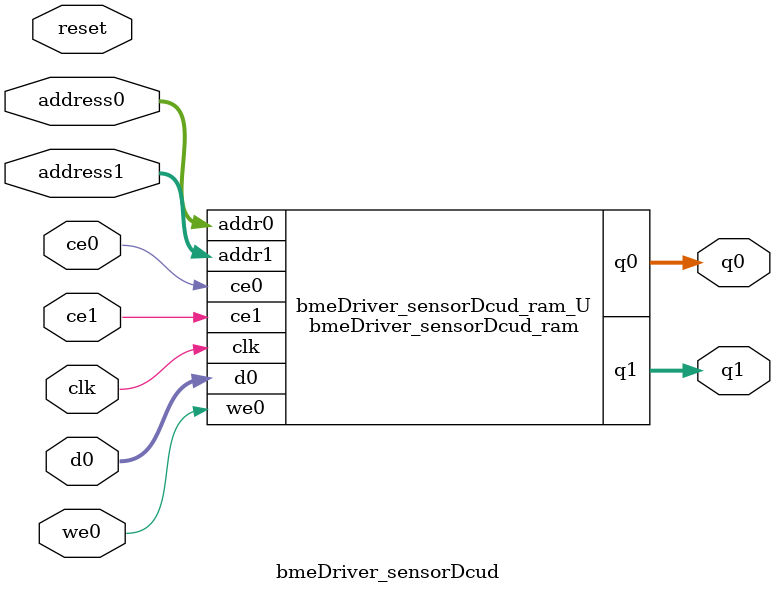
<source format=v>

`timescale 1 ns / 1 ps
module bmeDriver_sensorDcud_ram (addr0, ce0, d0, we0, q0, addr1, ce1, q1,  clk);

parameter DWIDTH = 32;
parameter AWIDTH = 3;
parameter MEM_SIZE = 6;

input[AWIDTH-1:0] addr0;
input ce0;
input[DWIDTH-1:0] d0;
input we0;
output reg[DWIDTH-1:0] q0;
input[AWIDTH-1:0] addr1;
input ce1;
output reg[DWIDTH-1:0] q1;
input clk;

(* ram_style = "distributed" *)reg [DWIDTH-1:0] ram[0:MEM_SIZE-1];




always @(posedge clk)  
begin 
    if (ce0) 
    begin
        if (we0) 
        begin 
            ram[addr0] <= d0; 
            q0 <= d0;
        end 
        else 
            q0 <= ram[addr0];
    end
end


always @(posedge clk)  
begin 
    if (ce1) 
    begin
            q1 <= ram[addr1];
    end
end


endmodule


`timescale 1 ns / 1 ps
module bmeDriver_sensorDcud(
    reset,
    clk,
    address0,
    ce0,
    we0,
    d0,
    q0,
    address1,
    ce1,
    q1);

parameter DataWidth = 32'd32;
parameter AddressRange = 32'd6;
parameter AddressWidth = 32'd3;
input reset;
input clk;
input[AddressWidth - 1:0] address0;
input ce0;
input we0;
input[DataWidth - 1:0] d0;
output[DataWidth - 1:0] q0;
input[AddressWidth - 1:0] address1;
input ce1;
output[DataWidth - 1:0] q1;



bmeDriver_sensorDcud_ram bmeDriver_sensorDcud_ram_U(
    .clk( clk ),
    .addr0( address0 ),
    .ce0( ce0 ),
    .d0( d0 ),
    .we0( we0 ),
    .q0( q0 ),
    .addr1( address1 ),
    .ce1( ce1 ),
    .q1( q1 ));

endmodule


</source>
